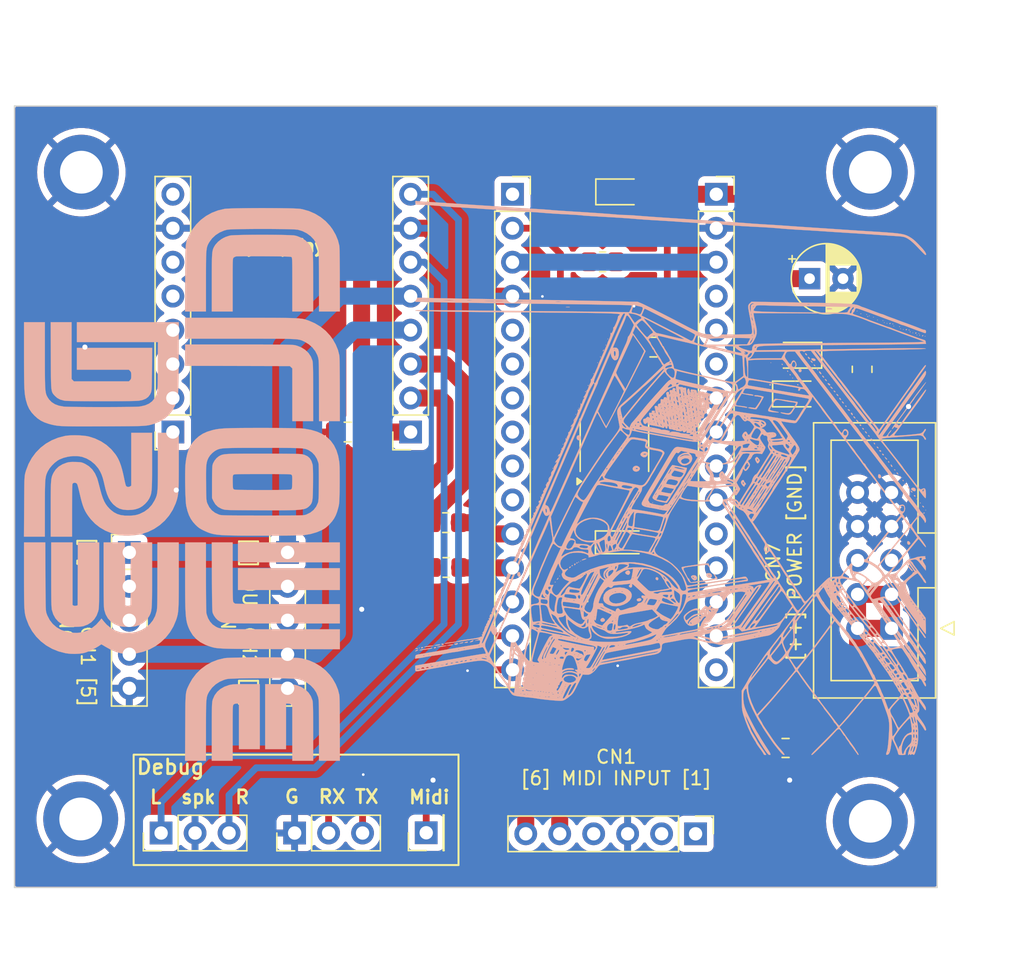
<source format=kicad_pcb>
(kicad_pcb (version 20240108) (generator "pcbnew") (generator_version "8.0")
  (title_block (date "jeu. 02 avril 2015"))
  (layers (0 "F.Cu" signal) (31 "B.Cu" signal) (34 "B.Paste" user) (35 "F.Paste" user) (36 "B.SilkS" user "B.Silkscreen") (37 "F.SilkS" user "F.Silkscreen") (38 "B.Mask" user) (39 "F.Mask" user) (44 "Edge.Cuts" user))
  (net 0 "")
  (net 1 "/Reset")
  (net 2 "GND")
  (net 3 "/2")
  (net 4 "/4")
  (net 5 "/5(**)")
  (net 6 "/6(**)")
  (net 7 "/7")
  (net 8 "/8")
  (net 9 "/9(**)")
  (net 10 "+5V")
  (net 11 "/A7")
  (net 12 "/A6")
  (net 13 "/A3")
  (net 14 "/A2")
  (net 15 "/A1")
  (net 16 "/A0")
  (net 17 "/AREF")
  (net 18 "/13(SCK)")
  (net 19 "+3V3")
  (net 20 "Net-(D4-K)")
  (net 21 "/12(MISO)")
  (net 22 "VCC")
  (net 23 "SPK2")
  (net 24 "SPK1")
  (net 25 "DACl")
  (net 26 "DACr")
  (net 27 "DFPtx")
  (net 28 "DFPrx")
  (net 29 "Net-(D2-K)")
  (net 30 "Net-(D3-K)")
  (net 31 "Net-(J3-Pin_1)")
  (net 36 "MIDIrx")
  (net 37 "MIDItx")
  (net 38 "GAMEtx+")
  (net 39 "GAMEtx-")
  (net 40 "GAMErx-")
  (net 41 "GAMErx+")
  (net 44 "/3(**)")
  (net 46 "SDA")
  (net 47 "SCL")
  (net 53 "/11(**{slash}MOSI)")
  (footprint "Resistor_SMD:R_0805_2012Metric_Pad1.20x1.40mm_HandSolder" (layer "F.Cu") (at 126.5936 96.275 90)
    (property "Reference" "R4" (hide yes))
    (property "Value" "470")
    (pad "1" smd roundrect (at -1 0 90) (size 1.2 1.4) (layers "F.Cu" "F.Paste" "F.Mask") (roundrect_rratio 0.208333) (net 41 "GAMErx+"))
    (pad "2" smd roundrect (at 1 0 90) (size 1.2 1.4) (layers "F.Cu" "F.Paste" "F.Mask") (roundrect_rratio 0.208333) (net 30 "Net-(D3-K)"))
  )
  (footprint "Capacitor_SMD:C_0805_2012Metric_Pad1.18x1.45mm_HandSolder" (layer "F.Cu") (at 130.7825 77.47 180)
    (property "Reference" "C1" (hide yes))
    (property "Value" "100nF")
    (pad "1" smd roundrect (at -1.0375 0 180) (size 1.175 1.45) (layers "F.Cu" "F.Paste" "F.Mask") (roundrect_rratio 0.212766) (net 22 "VCC"))
    (pad "2" smd roundrect (at 1.0375 0 180) (size 1.175 1.45) (layers "F.Cu" "F.Paste" "F.Mask") (roundrect_rratio 0.212766) (net 2 "GND"))
  )
  (footprint "Connector_PinSocket_2.54mm:PinSocket_1x08_P2.54mm_Vertical" (layer "F.Cu") (at 112.6236 83.82 180)
    (property "Reference" "J1" (hide yes))
    (property "Value" "DFplayerP1")
    (pad "1" thru_hole rect (at 0 0 180) (size 1.7 1.7) (drill 1) (layers "*.Cu" "*.Mask") (net 20 "Net-(D4-K)"))
    (pad "2" thru_hole oval (at 0 2.54 180) (size 1.7 1.7) (drill 1) (layers "*.Cu" "*.Mask") (net 28 "DFPrx"))
    (pad "3" thru_hole oval (at 0 5.08 180) (size 1.7 1.7) (drill 1) (layers "*.Cu" "*.Mask") (net 27 "DFPtx"))
    (pad "4" thru_hole oval (at 0 7.62 180) (size 1.7 1.7) (drill 1) (layers "*.Cu" "*.Mask") (net 26 "DACr"))
    (pad "5" thru_hole oval (at 0 10.16 180) (size 1.7 1.7) (drill 1) (layers "*.Cu" "*.Mask") (net 25 "DACl"))
    (pad "6" thru_hole oval (at 0 12.7 180) (size 1.7 1.7) (drill 1) (layers "*.Cu" "*.Mask") (net 24 "SPK1"))
    (pad "7" thru_hole oval (at 0 15.24 180) (size 1.7 1.7) (drill 1) (layers "*.Cu" "*.Mask") (net 2 "GND"))
    (pad "8" thru_hole oval (at 0 17.78 180) (size 1.7 1.7) (drill 1) (layers "*.Cu" "*.Mask") (net 23 "SPK2"))
  )
  (footprint "Connector_PinSocket_2.54mm:PinSocket_1x15_P2.54mm_Vertical" (layer "F.Cu") (at 120.2436 66.04)
    (property "Reference" "P1" (hide yes))
    (property "Value" "Digital")
    (pad "1" thru_hole rect (at 0 0) (size 1.7 1.7) (drill 1) (layers "*.Cu" "*.Mask") (net 37 "MIDItx"))
    (pad "2" thru_hole oval (at 0 2.54) (size 1.7 1.7) (drill 1) (layers "*.Cu" "*.Mask") (net 36 "MIDIrx"))
    (pad "3" thru_hole oval (at 0 5.08) (size 1.7 1.7) (drill 1) (layers "*.Cu" "*.Mask") (net 1 "/Reset"))
    (pad "4" thru_hole oval (at 0 7.62) (size 1.7 1.7) (drill 1) (layers "*.Cu" "*.Mask") (net 2 "GND"))
    (pad "5" thru_hole oval (at 0 10.16) (size 1.7 1.7) (drill 1) (layers "*.Cu" "*.Mask") (net 3 "/2"))
    (pad "6" thru_hole oval (at 0 12.7) (size 1.7 1.7) (drill 1) (layers "*.Cu" "*.Mask") (net 44 "/3(**)"))
    (pad "7" thru_hole oval (at 0 15.24) (size 1.7 1.7) (drill 1) (layers "*.Cu" "*.Mask") (net 4 "/4"))
    (pad "8" thru_hole oval (at 0 17.78) (size 1.7 1.7) (drill 1) (layers "*.Cu" "*.Mask") (net 5 "/5(**)"))
    (pad "9" thru_hole oval (at 0 20.32) (size 1.7 1.7) (drill 1) (layers "*.Cu" "*.Mask") (net 6 "/6(**)"))
    (pad "10" thru_hole oval (at 0 22.86) (size 1.7 1.7) (drill 1) (layers "*.Cu" "*.Mask") (net 7 "/7"))
    (pad "11" thru_hole oval (at 0 25.4) (size 1.7 1.7) (drill 1) (layers "*.Cu" "*.Mask") (net 8 "/8"))
    (pad "12" thru_hole oval (at 0 27.94) (size 1.7 1.7) (drill 1) (layers "*.Cu" "*.Mask") (net 9 "/9(**)"))
    (pad "13" thru_hole oval (at 0 30.48) (size 1.7 1.7) (drill 1) (layers "*.Cu" "*.Mask"))
    (pad "14" thru_hole oval (at 0 33.02) (size 1.7 1.7) (drill 1) (layers "*.Cu" "*.Mask") (net 53 "/11(**{slash}MOSI)"))
    (pad "15" thru_hole oval (at 0 35.56) (size 1.7 1.7) (drill 1) (layers "*.Cu" "*.Mask") (net 21 "/12(MISO)"))
  )
  (footprint "Connector_PinSocket_2.54mm:PinSocket_1x15_P2.54mm_Vertical" (layer "F.Cu") (at 135.4836 66.04)
    (property "Reference" "P2" (hide yes))
    (property "Value" "Analog")
    (pad "1" thru_hole rect (at 0 0) (size 1.7 1.7) (drill 1) (layers "*.Cu" "*.Mask") (net 22 "VCC"))
    (pad "2" thru_hole oval (at 0 2.54) (size 1.7 1.7) (drill 1) (layers "*.Cu" "*.Mask") (net 2 "GND"))
    (pad "3" thru_hole oval (at 0 5.08) (size 1.7 1.7) (drill 1) (layers "*.Cu" "*.Mask") (net 1 "/Reset"))
    (pad "4" thru_hole oval (at 0 7.62) (size 1.7 1.7) (drill 1) (layers "*.Cu" "*.Mask") (net 10 "+5V"))
    (pad "5" thru_hole oval (at 0 10.16) (size 1.7 1.7) (drill 1) (layers "*.Cu" "*.Mask") (net 11 "/A7"))
    (pad "6" thru_hole oval (at 0 12.7) (size 1.7 1.7) (drill 1) (layers "*.Cu" "*.Mask") (net 12 "/A6"))
    (pad "7" thru_hole oval (at 0 15.24) (size 1.7 1.7) (drill 1) (layers "*.Cu" "*.Mask") (net 47 "SCL"))
    (pad "8" thru_hole oval (at 0 17.78) (size 1.7 1.7) (drill 1) (layers "*.Cu" "*.Mask") (net 46 "SDA"))
    (pad "9" thru_hole oval (at 0 20.32) (size 1.7 1.7) (drill 1) (layers "*.Cu" "*.Mask") (net 13 "/A3"))
    (pad "10" thru_hole oval (at 0 22.86) (size 1.7 1.7) (drill 1) (layers "*.Cu" "*.Mask") (net 14 "/A2"))
    (pad "11" thru_hole oval (at 0 25.4) (size 1.7 1.7) (drill 1) (layers "*.Cu" "*.Mask") (net 15 "/A1"))
    (pad "12" thru_hole oval (at 0 27.94) (size 1.7 1.7) (drill 1) (layers "*.Cu" "*.Mask") (net 16 "/A0"))
    (pad "13" thru_hole oval (at 0 30.48) (size 1.7 1.7) (drill 1) (layers "*.Cu" "*.Mask") (net 17 "/AREF"))
    (pad "14" thru_hole oval (at 0 33.02) (size 1.7 1.7) (drill 1) (layers "*.Cu" "*.Mask") (net 19 "+3V3"))
    (pad "15" thru_hole oval (at 0 35.56) (size 1.7 1.7) (drill 1) (layers "*.Cu" "*.Mask") (net 18 "/13(SCK)"))
  )
  (footprint "Connector_PinHeader_2.54mm:PinHeader_1x01_P2.54mm_Vertical" (layer "F.Cu") (at 113.79 113.79 90)
    (property "Reference" "J9" (hide yes))
    (property "Value" "MIDIrx")
    (pad "1" thru_hole rect (at 0 0 90) (size 1.7 1.7) (drill 1) (layers "*.Cu" "*.Mask") (net 36 "MIDIrx"))
  )
  (footprint "Resistor_SMD:R_0805_2012Metric_Pad1.20x1.40mm_HandSolder" (layer "F.Cu") (at 115.28 93.95 180)
    (property "Reference" "R5" (hide yes))
    (property "Value" "1k")
    (pad "1" smd roundrect (at -1 0 180) (size 1.2 1.4) (layers "F.Cu" "F.Paste" "F.Mask") (roundrect_rratio 0.208333) (net 9 "/9(**)"))
    (pad "2" smd roundrect (at 1 0 180) (size 1.2 1.4) (layers "F.Cu" "F.Paste" "F.Mask") (roundrect_rratio 0.208333) (net 28 "DFPrx"))
  )
  (footprint "Resistor_SMD:R_0805_2012Metric_Pad1.20x1.40mm_HandSolder" (layer "F.Cu") (at 115.25 90.6 180)
    (property "Reference" "R3" (hide yes))
    (property "Value" "1k")
    (pad "1" smd roundrect (at -1 0 180) (size 1.2 1.4) (layers "F.Cu" "F.Paste" "F.Mask") (roundrect_rratio 0.208333) (net 8 "/8"))
    (pad "2" smd roundrect (at 1 0 180) (size 1.2 1.4) (layers "F.Cu" "F.Paste" "F.Mask") (roundrect_rratio 0.208333) (net 27 "DFPtx"))
  )
  (footprint "Connector_PinSocket_2.54mm:PinSocket_1x08_P2.54mm_Vertical" (layer "F.Cu") (at 94.8436 83.82 180)
    (property "Reference" "J2" (hide yes))
    (property "Value" "DFplayerP2")
    (pad "1" thru_hole rect (at 0 0 180) (size 1.7 1.7) (drill 1) (layers "*.Cu" "*.Mask"))
    (pad "2" thru_hole oval (at 0 2.54 180) (size 1.7 1.7) (drill 1) (layers "*.Cu" "*.Mask"))
    (pad "3" thru_hole oval (at 0 5.08 180) (size 1.7 1.7) (drill 1) (layers "*.Cu" "*.Mask"))
    (pad "4" thru_hole oval (at 0 7.62 180) (size 1.7 1.7) (drill 1) (layers "*.Cu" "*.Mask"))
    (pad "5" thru_hole oval (at 0 10.16 180) (size 1.7 1.7) (drill 1) (layers "*.Cu" "*.Mask"))
    (pad "6" thru_hole oval (at 0 12.7 180) (size 1.7 1.7) (drill 1) (layers "*.Cu" "*.Mask"))
    (pad "7" thru_hole oval (at 0 15.24 180) (size 1.7 1.7) (drill 1) (layers "*.Cu" "*.Mask") (net 2 "GND"))
    (pad "8" thru_hole oval (at 0 17.78 180) (size 1.7 1.7) (drill 1) (layers "*.Cu" "*.Mask"))
  )
  (footprint "MountingHole:MountingHole_3.2mm_M3_DIN965_Pad" (layer "F.Cu") (at 147 112.9284)
    (property "Reference" "H3" (hide yes))
    (property "Value" "MountingHole")
    (pad "1" thru_hole circle (at 0 0) (size 5.6 5.6) (drill 3.2) (layers "*.Cu" "*.Mask") (net 2 "GND"))
  )
  (footprint "Diode_SMD:D_0805_2012Metric_Pad1.15x1.40mm_HandSolder" (layer "F.Cu") (at 128.335 65.86)
    (property "Reference" "D4" (hide yes))
    (property "Value" "D")
    (pad "1" smd roundrect (at -1.025 0) (size 1.15 1.4) (layers "F.Cu" "F.Paste" "F.Mask") (roundrect_rratio 0.217391) (net 20 "Net-(D4-K)"))
    (pad "2" smd roundrect (at 1.025 0) (size 1.15 1.4) (layers "F.Cu" "F.Paste" "F.Mask") (roundrect_rratio 0.217391) (net 22 "VCC"))
  )
  (footprint "Capacitor_SMD:C_0805_2012Metric_Pad1.18x1.45mm_HandSolder" (layer "F.Cu") (at 107.92 83.82)
    (property "Reference" "C3" (hide yes))
    (property "Value" "100nF")
    (pad "1" smd roundrect (at -1.0375 0) (size 1.175 1.45) (layers "F.Cu" "F.Paste" "F.Mask") (roundrect_rratio 0.212766) (net 2 "GND"))
    (pad "2" smd roundrect (at 1.0375 0) (size 1.175 1.45) (layers "F.Cu" "F.Paste" "F.Mask") (roundrect_rratio 0.212766) (net 20 "Net-(D4-K)"))
  )
  (footprint "Diode_SMD:D_0805_2012Metric_Pad1.15x1.40mm_HandSolder" (layer "F.Cu") (at 141.5558 80.9756)
    (property "Reference" "D1" (hide yes))
    (property "Value" "D")
    (pad "1" smd roundrect (at -1.025 0) (size 1.15 1.4) (layers "F.Cu" "F.Paste" "F.Mask") (roundrect_rratio 0.217391) (net 22 "VCC"))
    (pad "2" smd roundrect (at 1.025 0) (size 1.15 1.4) (layers "F.Cu" "F.Paste" "F.Mask") (roundrect_rratio 0.217391) (net 2 "GND"))
  )
  (footprint "Connector_IDC:IDC-Header_2x05_P2.54mm_Vertical" (layer "F.Cu") (at 148.59 98.5012 180)
    (property "Reference" "J3" (hide yes))
    (property "Value" "CN5")
    (pad "1" thru_hole roundrect (at 0 0 180) (size 1.7 1.7) (drill 1) (layers "*.Cu" "*.Mask") (roundrect_rratio 0.147059) (net 31 "Net-(J3-Pin_1)"))
    (pad "2" thru_hole circle (at 2.54 0 180) (size 1.7 1.7) (drill 1) (layers "*.Cu" "*.Mask") (net 31 "Net-(J3-Pin_1)"))
    (pad "3" thru_hole circle (at 0 2.54 180) (size 1.7 1.7) (drill 1) (layers "*.Cu" "*.Mask") (net 31 "Net-(J3-Pin_1)"))
    (pad "4" thru_hole circle (at 2.54 2.54 180) (size 1.7 1.7) (drill 1) (layers "*.Cu" "*.Mask") (net 31 "Net-(J3-Pin_1)"))
    (pad "5" thru_hole circle (at 0 5.08 180) (size 1.7 1.7) (drill 1) (layers "*.Cu" "*.Mask"))
    (pad "6" thru_hole circle (at 2.54 5.08 180) (size 1.7 1.7) (drill 1) (layers "*.Cu" "*.Mask"))
    (pad "7" thru_hole circle (at 0 7.62 180) (size 1.7 1.7) (drill 1) (layers "*.Cu" "*.Mask") (net 2 "GND"))
    (pad "8" thru_hole circle (at 2.54 7.62 180) (size 1.7 1.7) (drill 1) (layers "*.Cu" "*.Mask") (net 2 "GND"))
    (pad "9" thru_hole circle (at 0 10.16 180) (size 1.7 1.7) (drill 1) (layers "*.Cu" "*.Mask") (net 2 "GND"))
    (pad "10" thru_hole circle (at 2.54 10.16 180) (size 1.7 1.7) (drill 1) (layers "*.Cu" "*.Mask") (net 2 "GND"))
  )
  (footprint "Connector_PinHeader_2.54mm:PinHeader_1x06_P2.54mm_Vertical" (layer "F.Cu") (at 133.9342 113.8682 -90)
    (property "Reference" "J6" (hide yes))
    (property "Value" "CN1")
    (pad "1" thru_hole rect (at 0 0 270) (size 1.7 1.7) (drill 1) (layers "*.Cu" "*.Mask") (net 38 "GAMEtx+"))
    (pad "2" thru_hole oval (at 0 2.54 270) (size 1.7 1.7) (drill 1) (layers "*.Cu" "*.Mask") (net 39 "GAMEtx-"))
    (pad "3" thru_hole oval (at 0 5.08 270) (size 1.7 1.7) (drill 1) (layers "*.Cu" "*.Mask") (net 2 "GND"))
    (pad "4" thru_hole oval (at 0 7.62 270) (size 1.7 1.7) (drill 1) (layers "*.Cu" "*.Mask"))
    (pad "5" thru_hole oval (at 0 10.16 270) (size 1.7 1.7) (drill 1) (layers "*.Cu" "*.Mask") (net 40 "GAMErx-"))
    (pad "6" thru_hole oval (at 0 12.7 270) (size 1.7 1.7) (drill 1) (layers "*.Cu" "*.Mask") (net 41 "GAMErx+"))
  )
  (footprint "Connector_PinHeader_2.54mm:PinHeader_1x03_P2.54mm_Vertical" (layer "F.Cu") (at 103.95 113.81 90)
    (property "Reference" "J8" (hide yes))
    (property "Value" "DBG")
    (pad "1" thru_hole rect (at 0 0 90) (size 1.7 1.7) (drill 1) (layers "*.Cu" "*.Mask") (net 2 "GND"))
    (pad "2" thru_hole oval (at 0 2.54 90) (size 1.7 1.7) (drill 1) (layers "*.Cu" "*.Mask") (net 53 "/11(**{slash}MOSI)"))
    (pad "3" thru_hole oval (at 0 5.08 90) (size 1.7 1.7) (drill 1) (layers "*.Cu" "*.Mask") (net 21 "/12(MISO)"))
  )
  (footprint "MountingHole:MountingHole_3.2mm_M3_DIN965_Pad" (layer "F.Cu") (at 147 64.389)
    (property "Reference" "H2" (hide yes))
    (property "Value" "MountingHole")
    (pad "1" thru_hole circle (at 0 0) (size 5.6 5.6) (drill 3.2) (layers "*.Cu" "*.Mask") (net 2 "GND"))
  )
  (footprint "MountingHole:MountingHole_3.2mm_M3_DIN965_Pad" (layer "F.Cu") (at 88 64.389)
    (property "Reference" "H1" (hide yes))
    (property "Value" "MountingHole")
    (pad "1" thru_hole circle (at 0 0) (size 5.6 5.6) (drill 3.2) (layers "*.Cu" "*.Mask") (net 2 "GND"))
  )
  (footprint "Connector_PinHeader_2.54mm:PinHeader_1x05_P2.54mm_Vertical" (layer "F.Cu") (at 103.421053 92.822747)
    (property "Reference" "J5" (hide yes))
    (property "Value" "CN7")
    (pad "1" thru_hole rect (at 0 0) (size 1.7 1.7) (drill 1) (layers "*.Cu" "*.Mask") (net 25 "DACl"))
    (pad "2" thru_hole oval (at 0 2.54) (size 1.7 1.7) (drill 1) (layers "*.Cu" "*.Mask") (net 2 "GND"))
    (pad "3" thru_hole oval (at 0 5.08) (size 1.7 1.7) (drill 1) (layers "*.Cu" "*.Mask"))
    (pad "4" thru_hole oval (at 0 7.62) (size 1.7 1.7) (drill 1) (layers "*.Cu" "*.Mask") (net 26 "DACr"))
    (pad "5" thru_hole oval (at 0 10.16) (size 1.7 1.7) (drill 1) (layers "*.Cu" "*.Mask") (net 2 "GND"))
  )
  (footprint "Connector_PinHeader_2.54mm:PinHeader_1x05_P2.54mm_Vertical" (layer "F.Cu") (at 91.584653 92.822747)
    (property "Reference" "J4" (hide yes))
    (property "Value" "CN6")
    (pad "1" thru_hole rect (at 0 0) (size 1.7 1.7) (drill 1) (layers "*.Cu" "*.Mask") (net 25 "DACl"))
    (pad "2" thru_hole oval (at 0 2.54) (size 1.7 1.7) (drill 1) (layers "*.Cu" "*.Mask") (net 2 "GND"))
    (pad "3" thru_hole oval (at 0 5.08) (size 1.7 1.7) (drill 1) (layers "*.Cu" "*.Mask"))
    (pad "4" thru_hole oval (at 0 7.62) (size 1.7 1.7) (drill 1) (layers "*.Cu" "*.Mask") (net 26 "DACr"))
    (pad "5" thru_hole oval (at 0 10.16) (size 1.7 1.7) (drill 1) (layers "*.Cu" "*.Mask") (net 2 "GND"))
  )
  (footprint "Capacitor_THT:CP_Radial_D5.0mm_P2.50mm" (layer "F.Cu") (at 142.46 72.35)
    (property "Reference" "C2" (hide yes))
    (property "Value" "470uF")
    (pad "1" thru_hole rect (at 0 0) (size 1.6 1.6) (drill 0.8) (layers "*.Cu" "*.Mask") (net 22 "VCC"))
    (pad "2" thru_hole circle (at 2.5 0) (size 1.6 1.6) (drill 0.8) (layers "*.Cu" "*.Mask") (net 2 "GND"))
  )
  (footprint "LED_SMD:LED_0805_2012Metric_Pad1.15x1.40mm_HandSolder" (layer "F.Cu") (at 141.505 78.08 180)
    (property "Reference" "D2" (hide yes))
    (property "Value" "LED")
    (pad "1" smd roundrect (at -1.025 0 180) (size 1.15 1.4) (layers "F.Cu" "F.Paste" "F.Mask") (roundrect_rratio 0.217391) (net 29 "Net-(D2-K)"))
    (pad "2" smd roundrect (at 1.025 0 180) (size 1.15 1.4) (layers "F.Cu" "F.Paste" "F.Mask") (roundrect_rratio 0.217391) (net 22 "VCC"))
  )
  (footprint "Resistor_SMD:R_0805_2012Metric_Pad1.20x1.40mm_HandSolder" (layer "F.Cu") (at 146.39 79.13 -90)
    (property "Reference" "R2" (hide yes))
    (property "Value" "470")
    (pad "1" smd roundrect (at -1 0 270) (size 1.2 1.4) (layers "F.Cu" "F.Paste" "F.Mask") (roundrect_rratio 0.208333) (net 29 "Net-(D2-K)"))
    (pad "2" smd roundrect (at 1 0 270) (size 1.2 1.4) (layers "F.Cu" "F.Paste" "F.Mask") (roundrect_rratio 0.208333) (net 2 "GND"))
  )
  (footprint "Resistor_SMD:R_0805_2012Metric_Pad1.20x1.40mm_HandSolder" (layer "F.Cu") (at 126.98 71.09)
    (property "Reference" "R1" (hide yes))
    (property "Value" "1k")
    (pad "1" smd roundrect (at -1 0) (size 1.2 1.4) (layers "F.Cu" "F.Paste" "F.Mask") (roundrect_rratio 0.208333) (net 36 "MIDIrx"))
    (pad "2" smd roundrect (at 1 0) (size 1.2 1.4) (layers "F.Cu" "F.Paste" "F.Mask") (roundrect_rratio 0.208333) (net 22 "VCC"))
  )
  (footprint "Connector_PinHeader_2.54mm:PinHeader_1x03_P2.54mm_Vertical" (layer "F.Cu") (at 93.965 113.81 90)
    (property "Reference" "J7" (hide yes))
    (property "Value" "SPK")
    (pad "1" thru_hole rect (at 0 0 90) (size 1.7 1.7) (drill 1) (layers "*.Cu" "*.Mask") (net 24 "SPK1"))
    (pad "2" thru_hole oval (at 0 2.54 90) (size 1.7 1.7) (drill 1) (layers "*.Cu" "*.Mask") (net 2 "GND"))
    (pad "3" thru_hole oval (at 0 5.08 90) (size 1.7 1.7) (drill 1) (layers "*.Cu" "*.Mask") (net 23 "SPK2"))
  )
  (footprint "Diode_SMD:D_SOD-323_HandSoldering" (layer "F.Cu") (at 128.4525 92.07)
    (property "Reference" "D3" (hide yes))
    (property "Value" "1N4148WS")
    (pad "1" smd roundrect (at -1.25 0) (size 1 1) (layers "F.Cu" "F.Paste" "F.Mask") (net 30 "Net-(D3-K)"))
    (pad "2" smd roundrect (at 1.25 0) (size 1 1) (layers "F.Cu" "F.Paste" "F.Mask") (net 40 "GAMErx-"))
  )
  (footprint "MountingHole:MountingHole_3.2mm_M3_DIN965_Pad" (layer "F.Cu") (at 87.95 112.76)
    (property "Reference" "H4" (hide yes))
    (property "Value" "MountingHole")
    (pad "1" thru_hole circle (at 0 0) (size 5.6 5.6) (drill 3.2) (layers "*.Cu" "*.Mask") (net 2 "GND"))
  )
  (footprint "Fuse:Fuse_0805_2012Metric_Pad1.15x1.40mm_HandSolder" (layer "F.Cu") (at 140.665 107.45 180)
    (property "Reference" "F1" (hide yes))
    (property "Value" "Fuse")
    (pad "1" smd roundrect (at -1.025 0 180) (size 1.15 1.4) (layers "F.Cu" "F.Paste" "F.Mask") (roundrect_rratio 0.217391) (net 31 "Net-(J3-Pin_1)"))
    (pad "2" smd roundrect (at 1.025 0 180) (size 1.15 1.4) (layers "F.Cu" "F.Paste" "F.Mask") (roundrect_rratio 0.217391) (net 22 "VCC"))
  )
  (footprint "Package_SO:SOIC-8_3.9x4.9mm_P1.27mm" (layer "F.Cu") (at 127.865 84.815 90)
    (property "Reference" "U1" (hide yes))
    (property "Value" "HCPL-0600")
    (pad "1" smd roundrect (at -2.475 -1.905 90) (size 1.95 0.6) (layers "F.Cu" "F.Paste" "F.Mask"))
    (pad "2" smd roundrect (at -2.475 -0.635 90) (size 1.95 0.6) (layers "F.Cu" "F.Paste" "F.Mask") (net 30 "Net-(D3-K)"))
    (pad "3" smd roundrect (at -2.475 0.635 90) (size 1.95 0.6) (layers "F.Cu" "F.Paste" "F.Mask") (net 40 "GAMErx-"))
    (pad "4" smd roundrect (at -2.475 1.905 90) (size 1.95 0.6) (layers "F.Cu" "F.Paste" "F.Mask"))
    (pad "5" smd roundrect (at 2.475 1.905 90) (size 1.95 0.6) (layers "F.Cu" "F.Paste" "F.Mask") (net 2 "GND"))
    (pad "6" smd roundrect (at 2.475 0.635 90) (size 1.95 0.6) (layers "F.Cu" "F.Paste" "F.Mask") (net 36 "MIDIrx"))
    (pad "7" smd roundrect (at 2.475 -0.635 90) (size 1.95 0.6) (layers "F.Cu" "F.Paste" "F.Mask"))
    (pad "8" smd roundrect (at 2.475 -1.905 90) (size 1.95 0.6) (layers "F.Cu" "F.Paste" "F.Mask") (net 22 "VCC"))
  )
  (footprint "DSBclone2:DSBcloneLogo" (layer "B.Cu") (at 95.830452 87.978446 -90)
    (property "Reference" "G***" (hide yes))
    (property "Value" "LOGO" (hide yes))
  )
  (footprint "DSBclone2:racecab" (layer "B.Cu") (at 132.070888 87.400955 -90)
    (property "Reference" "G***" (hide yes))
    (property "Value" "LOGO" (hide yes))
  )
  (gr_line (start 116.205 116.205) (end 91.95 116.205) (stroke (width 0.15)) (layer "F.SilkS"))
  (gr_line (start 91.91 116.21) (end 91.91 107.95) (stroke (width 0.15)) (layer "F.SilkS"))
  (gr_line (start 91.95 107.95) (end 116.205 107.95) (stroke (width 0.15)) (layer "F.SilkS"))
  (gr_line (start 116.205 107.95) (end 116.205 116.205) (stroke (width 0.15)) (layer "F.SilkS"))
  (gr_line (start 83 117.8814) (end 83 59.436) (stroke (width 0.1)) (layer "Edge.Cuts"))
  (gr_line (start 83 117.8814) (end 152 117.8814) (stroke (width 0.1)) (layer "Edge.Cuts"))
  (gr_line (start 83 59.436) (end 152 59.436) (stroke (width 0.1)) (layer "Edge.Cuts"))
  (gr_line (start 152 59.436) (end 152 117.8814) (stroke (width 0.1)) (layer "Edge.Cuts"))
  (gr_text "[1] OUT CH1 [5]\nCN6" (at 87.6808 98.029747 270) (layer "F.SilkS") (effects (font (size 1 1))))
  (gr_text "[1] OUT CH2 [5]\nCN7" (at 99.7712 98.0694 270) (layer "F.SilkS") (effects (font (size 1 1))))
  (gr_text "Midi" (at 112.395 111.125 0) (layer "F.SilkS") (effects (font (size 1 1) (thickness 0.2)) (justify left)))
  (gr_text "Debug" (at 92.02 108.87 0) (layer "F.SilkS") (effects (font (size 1.1 1.1) (thickness 0.2)) (justify left)))
  (gr_text "L  spk  R" (at 93.02 111.12 0) (layer "F.SilkS") (effects (font (size 1 1) (thickness 0.2)) (justify left)))
  (gr_text "G  RX TX" (at 103.1118 111.0922 0) (layer "F.SilkS") (effects (font (size 1 1) (thickness 0.2)) (justify left)))
  (gr_text "WayWayWay" (at 102.34 69.91 0) (layer "F.SilkS") (effects (font (size 0.9 0.9) (thickness 0.225))))
  (gr_text "CN1\n[6] MIDI INPUT [1]" (at 127.9906 108.9152 0) (layer "F.SilkS") (effects (font (size 1 1))))
  (gr_text "CN7\n[++] POWER [GND]" (at 140.55 93.58 90) (layer "F.SilkS") (effects (font (size 1 1))))
  (segment (start 120.2436 71.12) (end 135.4836 71.12) (width 1.27) (layer "B.Cu") (net 1))
  (segment (start 112.6236 68.58) (end 113.8936 68.58) (width 1.27) (layer "F.Cu") (net 2))
  (segment (start 120.2636 73.68) (end 120.2436 73.66) (width 0.508) (layer "F.Cu") (net 2))
  (segment (start 129.745 74.825) (end 129.33 74.41) (width 0.508) (layer "F.Cu") (net 2))
  (segment (start 103.95 111.14) (end 103.95 103.511694) (width 0.254) (layer "F.Cu") (net 2))
  (segment (start 96.505 111.865) (end 97.23 111.14) (width 0.254) (layer "F.Cu") (net 2))
  (segment (start 113.8936 68.58) (end 116.4336 71.12) (width 1.27) (layer "F.Cu") (net 2))
  (segment (start 117.7036 73.66) (end 116.4336 72.39) (width 1.27) (layer "F.Cu") (net 2))
  (segment (start 116.4336 72.39) (end 116.4336 71.12) (width 1.27) (layer "F.Cu") (net 2))
  (segment (start 129.745 77.47) (end 129.745 74.825) (width 0.508) (layer "F.Cu") (net 2))
  (segment (start 129.7686 77.4936) (end 129.745 77.47) (width 0.508) (layer "F.Cu") (net 2))
  (segment (start 129.745 82.315) (end 129.77 82.34) (width 0.508) (layer "F.Cu") (net 2))
  (segment (start 122.48 73.68) (end 120.2636 73.68) (width 0.508) (layer "F.Cu") (net 2))
  (segment (start 96.505 113.81) (end 96.505 111.865) (width 0.254) (layer "F.Cu") (net 2))
  (segment (start 103.95 103.511694) (end 103.421053 102.982747) (width 0.254) (layer "F.Cu") (net 2))
  (segment (start 120.2436 73.66) (end 117.7036 73.66) (width 1.27) (layer "F.Cu") (net 2))
  (segment (start 129.745 77.47) (end 129.745 82.315) (width 0.508) (layer "F.Cu") (net 2))
  (segment (start 97.23 111.14) (end 103.95 111.14) (width 0.254) (layer "F.Cu") (net 2))
  (segment (start 103.95 113.81) (end 103.95 111.14) (width 0.254) (layer "F.Cu") (net 2))
  (via (at 95.0976 88.1634) (size 0.762) (drill 0.381) (layers "F.Cu" "B.Cu") (net 2))
  (via (at 128.11 101.3) (size 0.45) (drill 0.2) (layers "F.Cu" "B.Cu") (net 2))
  (via (at 108.966 97.0788) (size 0.762) (drill 0.381) (layers "F.Cu" "B.Cu") (net 2))
  (via (at 114.3 109.855) (size 0.762) (drill 0.381) (layers "F.Cu" "B.Cu") (net 2))
  (via (at 116.88 101.67) (size 0.45) (drill 0.2) (layers "F.Cu" "B.Cu") (net 2))
  (via (at 88.265 77.47) (size 0.762) (drill 0.381) (layers "F.Cu" "B.Cu") (net 2))
  (via (at 109.08 109.44) (size 0.45) (drill 0.2) (layers "F.Cu" "B.Cu") (net 2))
  (via (at 129.33 74.41) (size 0.45) (drill 0.2) (layers "F.Cu" "B.Cu") (net 2))
  (via (at 140.97 109.855) (size 0.762) (drill 0.381) (layers "F.Cu" "B.Cu") (net 2))
  (via (at 149.86 81.915) (size 0.762) (drill 0.381) (layers "F.Cu" "B.Cu") (net 2))
  (via (at 122.48 73.68) (size 0.45) (drill 0.2) (layers "F.Cu" "B.Cu") (net 2))
  (segment (start 103.421053 95.362747) (end 91.584653 95.362747) (width 1.27) (layer "B.Cu") (net 2))
  (segment (start 123.21 74.41) (end 122.48 73.68) (width 0.508) (layer "B.Cu") (net 2))
  (segment (start 129.33 74.41) (end 123.21 74.41) (width 0.508) (layer "B.Cu") (net 2))
  (segment (start 103.421053 102.982747) (end 91.584653 102.982747) (width 1.27) (layer "B.Cu") (net 2))
  (segment (start 117.46 90.6) (end 116.25 90.6) (width 1.27) (layer "F.Cu") (net 8))
  (segment (start 118.3 91.44) (end 117.46 90.6) (width 1.27) (layer "F.Cu") (net 8))
  (segment (start 120.2436 91.44) (end 118.3 91.44) (width 1.27) (layer "F.Cu") (net 8))
  (segment (start 120.2436 93.98) (end 116.31 93.98) (width 1.27) (layer "F.Cu") (net 9))
  (segment (start 116.31 93.98) (end 116.28 93.95) (width 1.27) (layer "F.Cu") (net 9))
  (segment (start 125.64 65.86) (end 122.76 62.98) (width 1.27) (layer "F.Cu") (net 20))
  (segment (start 112.6236 83.82) (end 108.9575 83.82) (width 1.27) (layer "F.Cu") (net 20))
  (segment (start 122.76 62.98) (end 110.11 62.98) (width 1.27) (layer "F.Cu") (net 20))
  (segment (start 108.9575 64.1325) (end 108.9575 83.82) (width 1.27) (layer "F.Cu") (net 20))
  (segment (start 127.31 65.86) (end 125.64 65.86) (width 1.27) (layer "F.Cu") (net 20))
  (segment (start 110.11 62.98) (end 108.9575 64.1325) (width 1.27) (layer "F.Cu") (net 20))
  (segment (start 120.2436 101.6) (end 118.25 101.6) (width 0.508) (layer "F.Cu") (net 21))
  (segment (start 109.03 110.82) (end 109.03 113.81) (width 0.508) (layer "F.Cu") (net 21))
  (segment (start 118.25 101.6) (end 109.03 110.82) (width 0.508) (layer "F.Cu") (net 21))
  (segment (start 131.82 77.47) (end 131.82 74.58) (width 0.508) (layer "F.Cu") (net 22))
  (segment (start 131.82 74.58) (end 131.82 73.21) (width 0.508) (layer "F.Cu") (net 22))
  (segment (start 139.67 79.7746) (end 139.6746 79.77) (width 1.27) (layer "F.Cu") (net 22))
  (segment (start 139.6746 78.04) (end 139.6746 72.38) (width 1.27) (layer "F.Cu") (net 22))
  (segment (start 140.5308 80.9756) (end 139.9002 80.9756) (width 1.27) (layer "F.Cu") (net 22))
  (segment (start 127.98 71.09) (end 131.8 71.09) (width 0.508) (layer "F.Cu") (net 22))
  (segment (start 139.6746 72.38) (end 139.6746 67.8446) (width 1.27) (layer "F.Cu") (net 22))
  (segment (start 135.4836 66.04) (end 131.75 66.04) (width 1.27) (layer "F.Cu") (net 22))
  (segment (start 139.6746 79.77) (end 139.6746 78.04) (width 1.27) (layer "F.Cu") (net 22))
  (segment (start 139.6746 80.75) (end 139.6746 103.8054) (width 1.27) (layer "F.Cu") (net 22))
  (segment (start 139.6746 67.8446) (end 137.87 66.04) (width 1.27) (layer "F.Cu") (net 22))
  (segment (start 131.12 84.32) (end 126.81 84.32) (width 0.508) (layer "F.Cu") (net 22))
  (segment (start 137.87 66.04) (end 135.4836 66.04) (width 1.27) (layer "F.Cu") (net 22))
  (segment (start 125.96 83.47) (end 125.96 82.34) (width 0.508) (layer "F.Cu") (net 22))
  (segment (start 139.6746 80.75) (end 139.6746 79.77) (width 1.27) (layer "F.Cu") (net 22))
  (segment (start 142.46 72.35) (end 139.7046 72.35) (width 1.27) (layer "F.Cu") (net 22))
  (segment (start 131.82 77.47) (end 131.82 83.62) (width 0.508) (layer "F.Cu") (net 22))
  (segment (start 139.64 103.84) (end 139.64 107.45) (width 1.27) (layer "F.Cu") (net 22))
  (segment (start 139.7146 78.08) (end 139.6746 78.04) (width 1.27) (layer "F.Cu") (net 22))
  (segment (start 129.54 66.04) (end 129.36 65.86) (width 1.27) (layer "F.Cu") (net 22))
  (segment (start 139.7046 72.35) (end 139.6746 72.38) (width 1.27) (layer "F.Cu") (net 22))
  (segment (start 131.82 66.11) (end 131.75 66.04) (width 0.508) (layer "F.Cu") (net 22))
  (segment (start 139.9002 80.9756) (end 139.6746 80.75) (width 1.27) (layer "F.Cu") (net 22))
  (segment (start 131.75 66.04) (end 129.54 66.04) (width 1.27) (layer "F.Cu") (net 22))
  (segment (start 131.8 71.09) (end 131.82 71.11) (width 0.508) (layer "F.Cu") (net 22))
  (segment (start 140.48 78.08) (end 139.7146 78.08) (width 1.27) (layer "F.Cu") (net 22))
  (segment (start 131.82 83.62) (end 131.12 84.32) (width 0.508) (layer "F.Cu") (net 22))
  (segment (start 131.82 73.21) (end 131.82 71.11) (width 0.508) (layer "F.Cu") (net 22))
  (segment (start 131.82 71.11) (end 131.82 66.11) (width 0.508) (layer "F.Cu") (net 22))
  (segment (start 139.6746 103.8054) (end 139.64 103.84) (width 1.27) (layer "F.Cu") (net 22))
  (segment (start 126.81 84.32) (end 125.96 83.47) (width 0.508) (layer "F.Cu") (net 22))
  (segment (start 116.205 67.945) (end 116.205 98.2) (width 0.508) (layer "B.Cu") (net 23))
  (segment (start 99.045 110.965) (end 101.08 108.93) (width 0.508) (layer "B.Cu") (net 23))
  (segment (start 105.475 108.93) (end 116.205 98.2) (width 0.508) (layer "B.Cu") (net 23))
  (segment (start 112.6236 66.04) (end 114.3 66.04) (width 0.508) (layer "B.Cu") (net 23))
  (segment (start 101.08 108.93) (end 105.475 108.93) (width 0.508) (layer "B.Cu") (net 23))
  (segment (start 99.045 113.81) (end 99.045 110.965) (width 0.508) (layer "B.Cu") (net 23))
  (segment (start 114.3 66.04) (end 116.205 67.945) (width 0.508) (layer "B.Cu") (net 23))
  (segment (start 105.29 108.03) (end 115.125001 98.194999) (width 0.508) (layer "B.Cu") (net 24))
  (segment (start 115.125001 98.194999) (end 115.125001 72.580001) (width 0.508) (layer "B.Cu") (net 24))
  (segment (start 113.665 71.12) (end 112.6236 71.12) (width 0.508) (layer "B.Cu") (net 24))
  (segment (start 93.965 111.505) (end 97.44 108.03) (width 0.508) (layer "B.Cu") (net 24))
  (segment (start 97.44 108.03) (end 105.29 108.03) (width 0.508) (layer "B.Cu") (net 24))
  (segment (start 93.965 113.81) (end 93.965 111.505) (width 0.508) (layer "B.Cu") (net 24))
  (segment (start 115.125001 72.580001) (end 113.665 71.12) (width 0.508) (layer "B.Cu") (net 24))
  (segment (start 107.34 73.66) (end 103.421053 77.578947) (width 1.27) (layer "B.Cu") (net 25))
  (segment (start 103.421053 77.578947) (end 103.421053 92.822747) (width 1.27) (layer "B.Cu") (net 25))
  (segment (start 91.584653 92.822747) (end 103.421053 92.822747) (width 1.27) (layer "B.Cu") (net 25))
  (segment (start 112.6236 73.66) (end 107.34 73.66) (width 1.27) (layer "B.Cu") (net 25))
  (segment (start 103.421053 92.822747) (end 104.027253 92.822747) (width 0.254) (layer "B.Cu") (net 25))
  (segment (start 105.547253 100.442747) (end 107.15 98.84) (width 1.27) (layer "B.Cu") (net 26))
  (segment (start 107.15 77.41) (end 108.36 76.2) (width 1.27) (layer "B.Cu") (net 26))
  (segment (start 91.584653 100.442747) (end 103.421053 100.442747) (width 1.27) (layer "B.Cu") (net 26))
  (segment (start 108.36 76.2) (end 112.6236 76.2) (width 1.27) (layer "B.Cu") (net 26))
  (segment (start 107.15 98.84) (end 107.15 77.41) (width 1.27) (layer "B.Cu") (net 26))
  (segment (start 103.421053 100.442747) (end 105.547253 100.442747) (width 1.27) (layer "B.Cu") (net 26))
  (segment (start 114.25 89.9) (end 116.96 87.19) (width 1.27) (layer "F.Cu") (net 27))
  (segment (start 115.16 78.74) (end 112.6236 78.74) (width 1.27) (layer "F.Cu") (net 27))
  (segment (start 116.96 87.19) (end 116.96 80.54) (width 1.27) (layer "F.Cu") (net 27))
  (segment (start 116.96 80.54) (end 115.16 78.74) (width 1.27) (layer "F.Cu") (net 27))
  (segment (start 114.25 90.6) (end 114.25 89.9) (width 1.27) (layer "F.Cu") (net 27))
  (segment (start 115.2 81.68) (end 115.2 86.33) (width 1.27) (layer "F.Cu") (net 28))
  (segment (start 115.2 86.33) (end 112.47 89.06) (width 1.27) (layer "F.Cu") (net 28))
  (segment (start 112.47 93.27) (end 113.15 93.95) (width 1.27) (layer "F.Cu") (net 28))
  (segment (start 112.47 89.06) (end 112.47 93.27) (width 1.27) (layer "F.Cu") (net 28))
  (segment (start 113.15 93.95) (end 114.28 93.95) (width 1.27) (layer "F.Cu") (net 28))
  (segment (start 112.6236 81.28) (end 114.8 81.28) (width 1.27) (layer "F.Cu") (net 28))
  (segment (start 114.8 81.28) (end 115.2 81.68) (width 1.27) (layer "F.Cu") (net 28))
  (segment (start 146.34 78.08) (end 146.39 78.13) (width 1.27) (layer "F.Cu") (net 29))
  (segment (start 142.53 78.08) (end 146.34 78.08) (width 1.27) (layer "F.Cu") (net 29))
  (segment (start 127.23 92.0425) (end 127.2025 92.07) (width 0.508) (layer "F.Cu") (net 30))
  (segment (start 127.23 87.29) (end 127.23 92.0425) (width 0.508) (layer "F.Cu") (net 30))
  (segment (start 127.2025 92.07) (end 127.2025 94.6661) (width 0.508) (layer "F.Cu") (net 30))
  (segment (start 127.2025 94.6661) (end 126.5936 95.275) (width 0.508) (layer "F.Cu") (net 30))
  (segment (start 148.59 95.9612) (end 146.05 95.9612) (width 1.27) (layer "F.Cu") (net 31))
  (segment (start 148.59 98.5012) (end 148.59 95.9612) (width 1.27) (layer "F.Cu") (net 31))
  (segment (start 146.05 98.5012) (end 148.59 98.5012) (width 1.27) (layer "F.Cu") (net 31))
  (segment (start 146.05 95.9612) (end 146.05 98.5012) (width 1.27) (layer "F.Cu") (net 31))
  (segment (start 146.05 103.09) (end 141.69 107.45) (width 1.27) (layer "F.Cu") (net 31))
  (segment (start 146.05 98.5012) (end 146.05 103.09) (width 1.27) (layer "F.Cu") (net 31))
  (segment (start 123.825 71.14) (end 123.825 70.485) (width 0.508) (layer "F.Cu") (net 36))
  (segment (start 125.98 71.09) (end 123.875 71.09) (width 0.508) (layer "F.Cu") (net 36))
  (segment (start 121.92 68.58) (end 120.2436 68.58) (width 0.508) (layer "F.Cu") (net 36))
  (segment (start 123.825 102.129762) (end 113.79 112.164762) (width 0.508) (layer "F.Cu") (net 36))
  (segment (start 123.875 71.09) (end 123.825 71.14) (width 0.508) (layer "F.Cu") (net 36))
  (segment (start 123.825 75.15) (end 123.825 71.14) (width 0.508) (layer "F.Cu") (net 36))
  (segment (start 113.79 112.164762) (end 113.79 113.79) (width 0.508) (layer "F.Cu") (net 36))
  (segment (start 123.825 70.485) (end 121.92 68.58) (width 0.508) (layer "F.Cu") (net 36))
  (segment (start 123.825 80.25) (end 123.825 75.15) (width 0.508) (layer "F.Cu") (net 36))
  (segment (start 128.5 82.34) (end 128.5 81.365001) (width 0.508) (layer "F.Cu") (net 36))
  (segment (start 123.825 80.25) (end 123.825 102.129762) (width 0.508) (layer "F.Cu") (net 36))
  (segment (start 127.384999 80.25) (end 123.825 80.25) (width 0.508) (layer "F.Cu") (net 36))
  (segment (start 128.5 81.365001) (end 127.384999 80.25) (width 0.508) (layer "F.Cu") (net 36))
  (segment (start 123.7742 109.2708) (end 129.7025 103.3425) (width 1.27) (layer "F.Cu") (net 40))
  (segment (start 123.7742 113.8682) (end 123.7742 109.2708) (width 1.27) (layer "F.Cu") (net 40))
  (segment (start 129.7025 103.3425) (end 129.7025 92.07) (width 1.27) (layer "F.Cu") (net 40))
  (segment (start 128.4986 89.817) (end 129.7025 91.0209) (width 0.508) (layer "F.Cu") (net 40))
  (segment (start 128.4986 89.817) (end 128.5 89.8156) (width 0.508) (layer "F.Cu") (net 40))
  (segment (start 128.5 89.8156) (end 128.5 87.29) (width 0.508) (layer "F.Cu") (net 40))
  (segment (start 129.7025 91.0209) (end 129.7025 92.07) (width 0.508) (layer "F.Cu") (net 40))
  (segment (start 126.5936 103.2764) (end 121.2342 108.6358) (width 1.27) (layer "F.Cu") (net 41))
  (segment (start 121.2342 108.6358) (end 121.2342 113.8682) (width 1.27) (layer "F.Cu") (net 41))
  (segment (start 126.5936 97.3) (end 126.5936 103.2764) (width 1.27) (layer "F.Cu") (net 41))
  (segment (start 106.49 110.73) (end 106.49 113.81) (width 0.508) (layer "F.Cu") (net 53))
  (segment (start 118.16 99.06) (end 106.49 110.73) (width 0.508) (layer "F.Cu") (net 53))
  (segment (start 120.2436 99.06) (end 118.16 99.06) (width 0.508) (layer "F.Cu") (net 53))
  (zone (net 2) (net_name "GND") (layer "F.Cu") (connect_pads (clearance 0.508)) (min_thickness 0.254) (fill yes (thermal_gap 0.508) (thermal_bridge_width 0.508))
    (polygon (pts (xy 158.496 124.8156) (xy 82.2198 124.8156) (xy 82.2198 51.5112) (xy 158.496 51.5112)))
  )
  (zone (net 2) (net_name "GND") (layer "B.Cu") (connect_pads (clearance 0.508)) (min_thickness 0.254) (fill yes (thermal_gap 0.508) (thermal_bridge_width 0.508))
    (polygon (pts (xy 81.915 58.42) (xy 153.67 58.42) (xy 153.67 119.38) (xy 81.915 119.38)))
  )
)
</source>
